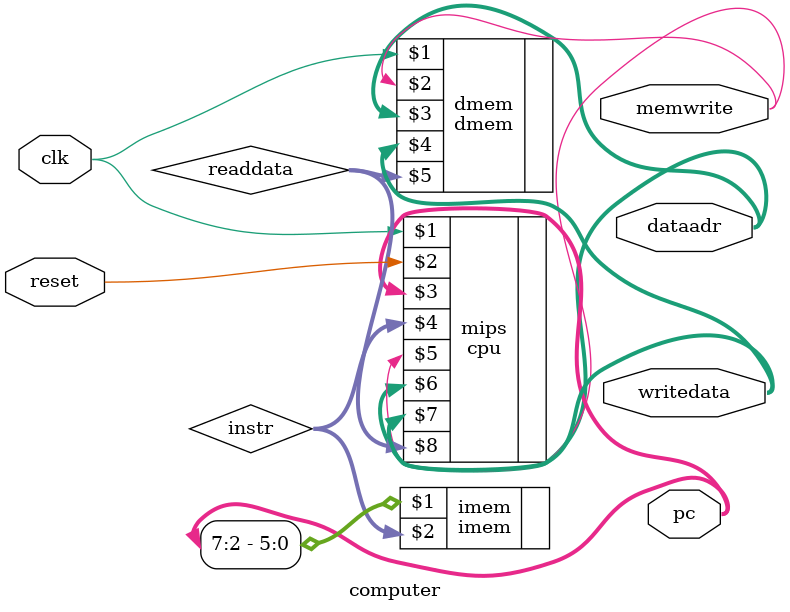
<source format=sv>
`ifndef COMPUTER
`define COMPUTER

`timescale 1ns/100ps

`include "../cpu/cpu.sv"
`include "../imem/imem.sv"
`include "../dmem/dmem.sv"

module computer
    #(parameter n = 32)(
    //
    // ---------------- PORT DEFINITIONS ----------------
    //
    input  logic           clk, reset, 
    output logic [(n-1):0] writedata, dataadr, 
    output logic           memwrite,
    output logic [31:0] pc
);
    //
    // ---------------- MODULE DESIGN IMPLEMENTATION ----------------
    //
    logic [31:0] instr, readdata;

    // computer internal components

    // the RISC CPU
    cpu mips(clk, reset, pc, instr, memwrite, dataadr, writedata, readdata);
    // the instruction memory ("text segment") in main memory
    imem imem(pc[7:2], instr);
    // the data memory ("data segment") in main memory
    dmem dmem(clk, memwrite, dataadr, writedata, readdata);

endmodule

`endif // COMPUTER
</source>
